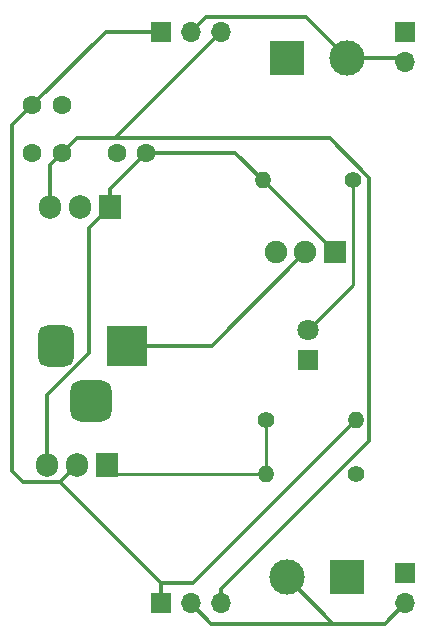
<source format=gtl>
%TF.GenerationSoftware,KiCad,Pcbnew,(6.0.7-1)-1*%
%TF.CreationDate,2022-08-29T03:00:19-07:00*%
%TF.ProjectId,BB_Power_Supply,42425f50-6f77-4657-925f-537570706c79,1*%
%TF.SameCoordinates,Original*%
%TF.FileFunction,Copper,L1,Top*%
%TF.FilePolarity,Positive*%
%FSLAX46Y46*%
G04 Gerber Fmt 4.6, Leading zero omitted, Abs format (unit mm)*
G04 Created by KiCad (PCBNEW (6.0.7-1)-1) date 2022-08-29 03:00:19*
%MOMM*%
%LPD*%
G01*
G04 APERTURE LIST*
G04 Aperture macros list*
%AMRoundRect*
0 Rectangle with rounded corners*
0 $1 Rounding radius*
0 $2 $3 $4 $5 $6 $7 $8 $9 X,Y pos of 4 corners*
0 Add a 4 corners polygon primitive as box body*
4,1,4,$2,$3,$4,$5,$6,$7,$8,$9,$2,$3,0*
0 Add four circle primitives for the rounded corners*
1,1,$1+$1,$2,$3*
1,1,$1+$1,$4,$5*
1,1,$1+$1,$6,$7*
1,1,$1+$1,$8,$9*
0 Add four rect primitives between the rounded corners*
20,1,$1+$1,$2,$3,$4,$5,0*
20,1,$1+$1,$4,$5,$6,$7,0*
20,1,$1+$1,$6,$7,$8,$9,0*
20,1,$1+$1,$8,$9,$2,$3,0*%
G04 Aperture macros list end*
%TA.AperFunction,ComponentPad*%
%ADD10R,3.500000X3.500000*%
%TD*%
%TA.AperFunction,ComponentPad*%
%ADD11RoundRect,0.750000X-0.750000X-1.000000X0.750000X-1.000000X0.750000X1.000000X-0.750000X1.000000X0*%
%TD*%
%TA.AperFunction,ComponentPad*%
%ADD12RoundRect,0.875000X-0.875000X-0.875000X0.875000X-0.875000X0.875000X0.875000X-0.875000X0.875000X0*%
%TD*%
%TA.AperFunction,ComponentPad*%
%ADD13C,1.600000*%
%TD*%
%TA.AperFunction,ComponentPad*%
%ADD14R,1.900000X1.900000*%
%TD*%
%TA.AperFunction,ComponentPad*%
%ADD15C,1.900000*%
%TD*%
%TA.AperFunction,ComponentPad*%
%ADD16C,1.400000*%
%TD*%
%TA.AperFunction,ComponentPad*%
%ADD17O,1.400000X1.400000*%
%TD*%
%TA.AperFunction,ComponentPad*%
%ADD18R,1.905000X2.000000*%
%TD*%
%TA.AperFunction,ComponentPad*%
%ADD19O,1.905000X2.000000*%
%TD*%
%TA.AperFunction,ComponentPad*%
%ADD20R,1.700000X1.700000*%
%TD*%
%TA.AperFunction,ComponentPad*%
%ADD21O,1.700000X1.700000*%
%TD*%
%TA.AperFunction,ComponentPad*%
%ADD22C,1.800000*%
%TD*%
%TA.AperFunction,ComponentPad*%
%ADD23R,1.800000X1.800000*%
%TD*%
%TA.AperFunction,ComponentPad*%
%ADD24C,3.000000*%
%TD*%
%TA.AperFunction,ComponentPad*%
%ADD25R,3.000000X3.000000*%
%TD*%
%TA.AperFunction,Conductor*%
%ADD26C,0.350000*%
%TD*%
%TA.AperFunction,Conductor*%
%ADD27C,0.250000*%
%TD*%
G04 APERTURE END LIST*
D10*
%TO.P,J1,1*%
%TO.N,/POWER_IN*%
X136098800Y-94444900D03*
D11*
%TO.P,J1,2*%
%TO.N,GND*%
X130098800Y-94444900D03*
D12*
%TO.P,J1,3*%
X133098800Y-99144900D03*
%TD*%
D13*
%TO.P,C1,1*%
%TO.N,/3.3V*%
X128086800Y-74066400D03*
%TO.P,C1,2*%
%TO.N,GND*%
X130586800Y-74066400D03*
%TD*%
D14*
%TO.P,S1,1*%
%TO.N,/12V*%
X153720800Y-86512400D03*
D15*
%TO.P,S1,2*%
%TO.N,/POWER_IN*%
X151220800Y-86512400D03*
%TO.P,S1,3*%
%TO.N,unconnected-(S1-Pad3)*%
X148720800Y-86512400D03*
%TD*%
D16*
%TO.P,R3,1*%
%TO.N,GND*%
X155498800Y-105308400D03*
D17*
%TO.P,R3,2*%
%TO.N,Net-(R2-Pad1)*%
X147878800Y-105308400D03*
%TD*%
D18*
%TO.P,U2,1,VI*%
%TO.N,/12V*%
X134670800Y-82702400D03*
D19*
%TO.P,U2,2,GND*%
%TO.N,GND*%
X132130800Y-82702400D03*
%TO.P,U2,3,VO*%
%TO.N,/5V*%
X129590800Y-82702400D03*
%TD*%
D16*
%TO.P,R1,1*%
%TO.N,Net-(D1-Pad2)*%
X155244800Y-80416400D03*
D17*
%TO.P,R1,2*%
%TO.N,/12V*%
X147624800Y-80416400D03*
%TD*%
D20*
%TO.P,J5,1,Pin_1*%
%TO.N,/3.3V*%
X138988800Y-67861400D03*
D21*
%TO.P,J5,2,Pin_2*%
%TO.N,/POWER_OUT_TOP*%
X141528800Y-67861400D03*
%TO.P,J5,3,Pin_3*%
%TO.N,/5V*%
X144068800Y-67861400D03*
%TD*%
D13*
%TO.P,C2,1*%
%TO.N,/12V*%
X137749600Y-78079600D03*
%TO.P,C2,2*%
%TO.N,GND*%
X135249600Y-78079600D03*
%TD*%
D19*
%TO.P,U1,3,VI*%
%TO.N,/12V*%
X129336800Y-104546400D03*
%TO.P,U1,2,VO*%
%TO.N,/3.3V*%
X131876800Y-104546400D03*
D18*
%TO.P,U1,1,ADJ*%
%TO.N,Net-(R2-Pad1)*%
X134416800Y-104546400D03*
%TD*%
D22*
%TO.P,D1,2,A*%
%TO.N,Net-(D1-Pad2)*%
X151434800Y-93121400D03*
D23*
%TO.P,D1,1,K*%
%TO.N,GND*%
X151434800Y-95661400D03*
%TD*%
D20*
%TO.P,J2,1,Pin_1*%
%TO.N,/3.3V*%
X138988800Y-116238000D03*
D21*
%TO.P,J2,2,Pin_2*%
%TO.N,/POWER_OUT_BOTTOM*%
X141528800Y-116238000D03*
%TO.P,J2,3,Pin_3*%
%TO.N,/5V*%
X144068800Y-116238000D03*
%TD*%
D16*
%TO.P,R2,1*%
%TO.N,Net-(R2-Pad1)*%
X147878800Y-100736400D03*
D17*
%TO.P,R2,2*%
%TO.N,/3.3V*%
X155498800Y-100736400D03*
%TD*%
D21*
%TO.P,J3,2,Pin_2*%
%TO.N,/POWER_OUT_BOTTOM*%
X159652800Y-116228000D03*
D20*
%TO.P,J3,1,Pin_1*%
%TO.N,GND*%
X159652800Y-113688000D03*
%TD*%
%TO.P,J6,1,Pin_1*%
%TO.N,GND*%
X159652800Y-67863800D03*
D21*
%TO.P,J6,2,Pin_2*%
%TO.N,/POWER_OUT_TOP*%
X159652800Y-70403800D03*
%TD*%
D24*
%TO.P,J7,2,Pin_2*%
%TO.N,/POWER_OUT_TOP*%
X154736800Y-70061400D03*
D25*
%TO.P,J7,1,Pin_1*%
%TO.N,GND*%
X149656800Y-70061400D03*
%TD*%
D24*
%TO.P,J4,2,Pin_2*%
%TO.N,/POWER_OUT_BOTTOM*%
X149656800Y-114038000D03*
D25*
%TO.P,J4,1,Pin_1*%
%TO.N,GND*%
X154736800Y-114038000D03*
%TD*%
D13*
%TO.P,C3,1*%
%TO.N,/5V*%
X130566800Y-78130400D03*
%TO.P,C3,2*%
%TO.N,GND*%
X128066800Y-78130400D03*
%TD*%
D26*
%TO.N,/POWER_OUT_TOP*%
X151261800Y-66586400D02*
X154736800Y-70061400D01*
%TO.N,/POWER_OUT_BOTTOM*%
X143248400Y-117957600D02*
X155448000Y-117957600D01*
X149656800Y-114038000D02*
X153576400Y-117957600D01*
X155448000Y-117957600D02*
X157923200Y-117957600D01*
X153576400Y-117957600D02*
X155448000Y-117957600D01*
X141528800Y-116238000D02*
X143248400Y-117957600D01*
X157923200Y-117957600D02*
X159652800Y-116228000D01*
%TO.N,/POWER_OUT_TOP*%
X154736800Y-70061400D02*
X159310400Y-70061400D01*
X159310400Y-70061400D02*
X159652800Y-70403800D01*
%TO.N,/POWER_IN*%
X136098800Y-94444900D02*
X143288300Y-94444900D01*
X143288300Y-94444900D02*
X151220800Y-86512400D01*
%TO.N,/3.3V*%
X130451800Y-105971400D02*
X127307400Y-105971400D01*
X126390400Y-105054400D02*
X126390400Y-75762800D01*
X127307400Y-105971400D02*
X126390400Y-105054400D01*
X126390400Y-75762800D02*
X128086800Y-74066400D01*
%TO.N,/5V*%
X153273991Y-76854600D02*
X156623800Y-80204409D01*
X135075600Y-76854600D02*
X153273991Y-76854600D01*
X156623800Y-80204409D02*
X156623800Y-102507000D01*
X156623800Y-102507000D02*
X144068800Y-115062000D01*
X144068800Y-115062000D02*
X144068800Y-116238000D01*
%TO.N,/3.3V*%
X155498800Y-100736400D02*
X141726800Y-114508400D01*
X141726800Y-114508400D02*
X138988800Y-114508400D01*
D27*
%TO.N,Net-(R2-Pad1)*%
X147878800Y-100736400D02*
X147878800Y-105308400D01*
X147878800Y-105308400D02*
X135178800Y-105308400D01*
X135178800Y-105308400D02*
X134416800Y-104546400D01*
D26*
%TO.N,/3.3V*%
X130451800Y-105971400D02*
X138988800Y-114508400D01*
X138988800Y-114508400D02*
X138988800Y-116238000D01*
X131876800Y-104546400D02*
X130451800Y-105971400D01*
%TO.N,/12V*%
X129336800Y-104546400D02*
X129336800Y-98618601D01*
X132892800Y-84480400D02*
X134670800Y-82702400D01*
X129336800Y-98618601D02*
X132892800Y-95062601D01*
X132892800Y-95062601D02*
X132892800Y-84480400D01*
X137749600Y-78079600D02*
X145288000Y-78079600D01*
X145288000Y-78079600D02*
X147624800Y-80416400D01*
X147624800Y-80416400D02*
X153720800Y-86512400D01*
D27*
%TO.N,Net-(D1-Pad2)*%
X155244800Y-80416400D02*
X155244800Y-89311400D01*
X155244800Y-89311400D02*
X151434800Y-93121400D01*
D26*
%TO.N,/5V*%
X129590800Y-82702400D02*
X129590800Y-79106400D01*
X129590800Y-79106400D02*
X130566800Y-78130400D01*
%TO.N,/12V*%
X134670800Y-82702400D02*
X134670800Y-81158400D01*
X134670800Y-81158400D02*
X137749600Y-78079600D01*
%TO.N,/5V*%
X130566800Y-78130400D02*
X131842600Y-76854600D01*
X131842600Y-76854600D02*
X135075600Y-76854600D01*
X135075600Y-76854600D02*
X144068800Y-67861400D01*
%TO.N,/3.3V*%
X128086800Y-74066400D02*
X134291800Y-67861400D01*
X134291800Y-67861400D02*
X138988800Y-67861400D01*
%TO.N,/POWER_OUT_TOP*%
X151261800Y-66586400D02*
X142803800Y-66586400D01*
X142803800Y-66586400D02*
X141528800Y-67861400D01*
%TD*%
M02*

</source>
